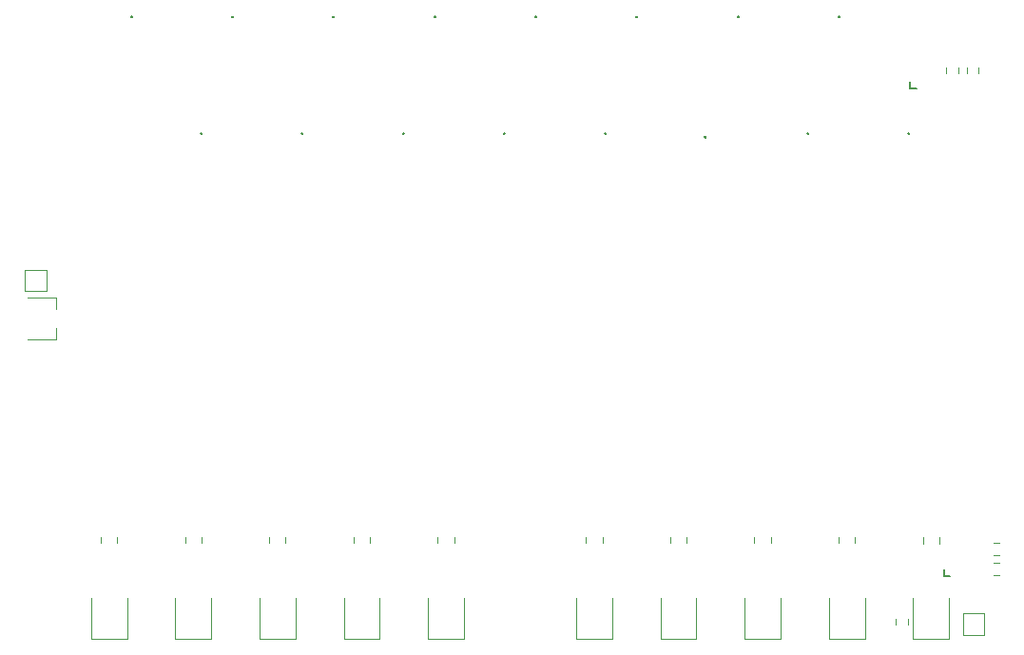
<source format=gbr>
%TF.GenerationSoftware,KiCad,Pcbnew,(5.99.0-11593-g5155093ec0)*%
%TF.CreationDate,2021-08-09T21:00:43+02:00*%
%TF.ProjectId,flatlight_rev21_ledside,666c6174-6c69-4676-9874-5f7265763231,rev?*%
%TF.SameCoordinates,Original*%
%TF.FileFunction,Legend,Top*%
%TF.FilePolarity,Positive*%
%FSLAX46Y46*%
G04 Gerber Fmt 4.6, Leading zero omitted, Abs format (unit mm)*
G04 Created by KiCad (PCBNEW (5.99.0-11593-g5155093ec0)) date 2021-08-09 21:00:43*
%MOMM*%
%LPD*%
G01*
G04 APERTURE LIST*
%ADD10C,0.150000*%
%ADD11C,0.120000*%
G04 APERTURE END LIST*
D10*
%TO.C,D14*%
X203800000Y-42757142D02*
X203847619Y-42804761D01*
X203800000Y-42852380D01*
X203752380Y-42804761D01*
X203800000Y-42757142D01*
X203800000Y-42852380D01*
%TO.C,D18*%
X239800000Y-42757142D02*
X239847619Y-42804761D01*
X239800000Y-42852380D01*
X239752380Y-42804761D01*
X239800000Y-42757142D01*
X239800000Y-42852380D01*
%TO.C,D9*%
X179600000Y-32357142D02*
X179647619Y-32404761D01*
X179600000Y-32452380D01*
X179552380Y-32404761D01*
X179600000Y-32357142D01*
X179600000Y-32452380D01*
%TO.C,D6*%
X206600000Y-32357142D02*
X206647619Y-32404761D01*
X206600000Y-32452380D01*
X206552380Y-32404761D01*
X206600000Y-32357142D01*
X206600000Y-32452380D01*
%TO.C,D4*%
X224600000Y-32357142D02*
X224647619Y-32404761D01*
X224600000Y-32452380D01*
X224552380Y-32404761D01*
X224600000Y-32357142D01*
X224600000Y-32452380D01*
%TO.C,D11*%
X176800000Y-42757142D02*
X176847619Y-42804761D01*
X176800000Y-42852380D01*
X176752380Y-42804761D01*
X176800000Y-42757142D01*
X176800000Y-42852380D01*
%TO.C,D15*%
X212800000Y-42757142D02*
X212847619Y-42804761D01*
X212800000Y-42852380D01*
X212752380Y-42804761D01*
X212800000Y-42757142D01*
X212800000Y-42852380D01*
%TO.C,D12*%
X185800000Y-42757142D02*
X185847619Y-42804761D01*
X185800000Y-42852380D01*
X185752380Y-42804761D01*
X185800000Y-42757142D01*
X185800000Y-42852380D01*
%TO.C,D8*%
X188600000Y-32357142D02*
X188647619Y-32404761D01*
X188600000Y-32452380D01*
X188552380Y-32404761D01*
X188600000Y-32357142D01*
X188600000Y-32452380D01*
%TO.C,D5*%
X215600000Y-32357142D02*
X215647619Y-32404761D01*
X215600000Y-32452380D01*
X215552380Y-32404761D01*
X215600000Y-32357142D01*
X215600000Y-32452380D01*
%TO.C,D3*%
X233600000Y-32357142D02*
X233647619Y-32404761D01*
X233600000Y-32452380D01*
X233552380Y-32404761D01*
X233600000Y-32357142D01*
X233600000Y-32452380D01*
%TO.C,D13*%
X194800000Y-42757142D02*
X194847619Y-42804761D01*
X194800000Y-42852380D01*
X194752380Y-42804761D01*
X194800000Y-42757142D01*
X194800000Y-42852380D01*
%TO.C,D16*%
X221700000Y-43057142D02*
X221747619Y-43104761D01*
X221700000Y-43152380D01*
X221652380Y-43104761D01*
X221700000Y-43057142D01*
X221700000Y-43152380D01*
%TO.C,D7*%
X197600000Y-32357142D02*
X197647619Y-32404761D01*
X197600000Y-32452380D01*
X197552380Y-32404761D01*
X197600000Y-32357142D01*
X197600000Y-32452380D01*
%TO.C,D10*%
X170600000Y-32357142D02*
X170647619Y-32404761D01*
X170600000Y-32452380D01*
X170552380Y-32404761D01*
X170600000Y-32357142D01*
X170600000Y-32452380D01*
%TO.C,D17*%
X230850000Y-42757142D02*
X230897619Y-42804761D01*
X230850000Y-42852380D01*
X230802380Y-42804761D01*
X230850000Y-42757142D01*
X230850000Y-42852380D01*
D11*
%TO.C,R25*%
X244222500Y-36962742D02*
X244222500Y-37437258D01*
X243177500Y-36962742D02*
X243177500Y-37437258D01*
%TO.C,D20*%
X240200000Y-87800000D02*
X243400000Y-87800000D01*
X243400000Y-84200000D02*
X243400000Y-87800000D01*
X240200000Y-84200000D02*
X240200000Y-87800000D01*
%TO.C,C31*%
X220035000Y-79261252D02*
X220035000Y-78738748D01*
X218565000Y-79261252D02*
X218565000Y-78738748D01*
%TO.C,D27*%
X167000000Y-87800000D02*
X170200000Y-87800000D01*
X170200000Y-84200000D02*
X170200000Y-87800000D01*
X167000000Y-84200000D02*
X167000000Y-87800000D01*
%TO.C,D25*%
X210200000Y-87800000D02*
X213400000Y-87800000D01*
X210200000Y-84200000D02*
X210200000Y-87800000D01*
X213400000Y-84200000D02*
X213400000Y-87800000D01*
%TO.C,R28*%
X247862258Y-81077500D02*
X247387742Y-81077500D01*
X247862258Y-82122500D02*
X247387742Y-82122500D01*
%TO.C,R29*%
X247862258Y-79277500D02*
X247387742Y-79277500D01*
X247862258Y-80322500D02*
X247387742Y-80322500D01*
%TO.C,R26*%
X238677500Y-86062742D02*
X238677500Y-86537258D01*
X239722500Y-86062742D02*
X239722500Y-86537258D01*
%TO.C,D24*%
X232700000Y-87800000D02*
X235900000Y-87800000D01*
X232700000Y-84200000D02*
X232700000Y-87800000D01*
X235900000Y-84200000D02*
X235900000Y-87800000D01*
%TO.C,D26*%
X189500000Y-87800000D02*
X192700000Y-87800000D01*
X189500000Y-84200000D02*
X189500000Y-87800000D01*
X192700000Y-84200000D02*
X192700000Y-87800000D01*
%TO.C,C39*%
X227535000Y-79261252D02*
X227535000Y-78738748D01*
X226065000Y-79261252D02*
X226065000Y-78738748D01*
%TO.C,C36*%
X167865000Y-79261252D02*
X167865000Y-78738748D01*
X169335000Y-79261252D02*
X169335000Y-78738748D01*
%TO.C,D21*%
X225200000Y-84200000D02*
X225200000Y-87800000D01*
X225200000Y-87800000D02*
X228400000Y-87800000D01*
X228400000Y-84200000D02*
X228400000Y-87800000D01*
%TO.C,C34*%
X182865000Y-79261252D02*
X182865000Y-78738748D01*
X184335000Y-79261252D02*
X184335000Y-78738748D01*
%TO.C,TP10*%
X163025000Y-54950000D02*
X163025000Y-56850000D01*
X161125000Y-56850000D02*
X161125000Y-54950000D01*
X163025000Y-56850000D02*
X161125000Y-56850000D01*
X161125000Y-54950000D02*
X163025000Y-54950000D01*
%TO.C,TP9*%
X244650000Y-87450000D02*
X244650000Y-85550000D01*
X246550000Y-87450000D02*
X244650000Y-87450000D01*
X246550000Y-85550000D02*
X246550000Y-87450000D01*
X244650000Y-85550000D02*
X246550000Y-85550000D01*
%TO.C,C38*%
X175365000Y-79261252D02*
X175365000Y-78738748D01*
X176835000Y-79261252D02*
X176835000Y-78738748D01*
D10*
%TO.C,Q4*%
X242951504Y-82249888D02*
X243500000Y-82249888D01*
X242951504Y-81649888D02*
X242951504Y-82249888D01*
D11*
%TO.C,C30*%
X197865000Y-79261252D02*
X197865000Y-78738748D01*
X199335000Y-79261252D02*
X199335000Y-78738748D01*
%TO.C,D28*%
X217700000Y-84200000D02*
X217700000Y-87800000D01*
X217700000Y-87800000D02*
X220900000Y-87800000D01*
X220900000Y-84200000D02*
X220900000Y-87800000D01*
%TO.C,D22*%
X174500000Y-84200000D02*
X174500000Y-87800000D01*
X177700000Y-84200000D02*
X177700000Y-87800000D01*
X174500000Y-87800000D02*
X177700000Y-87800000D01*
%TO.C,D35*%
X161325000Y-57450000D02*
X163925000Y-57450000D01*
X163925000Y-57450000D02*
X163925000Y-58450000D01*
X163925000Y-61150000D02*
X163925000Y-60150000D01*
X161325000Y-61150000D02*
X163925000Y-61150000D01*
%TO.C,C37*%
X233565000Y-79261252D02*
X233565000Y-78738748D01*
X235035000Y-79261252D02*
X235035000Y-78738748D01*
%TO.C,D19*%
X182000000Y-87800000D02*
X185200000Y-87800000D01*
X185200000Y-84200000D02*
X185200000Y-87800000D01*
X182000000Y-84200000D02*
X182000000Y-87800000D01*
%TO.C,C32*%
X211065000Y-79261252D02*
X211065000Y-78738748D01*
X212535000Y-79261252D02*
X212535000Y-78738748D01*
%TO.C,R24*%
X246022500Y-37437258D02*
X246022500Y-36962742D01*
X244977500Y-37437258D02*
X244977500Y-36962742D01*
%TO.C,C33*%
X191835000Y-79261252D02*
X191835000Y-78738748D01*
X190365000Y-79261252D02*
X190365000Y-78738748D01*
D10*
%TO.C,Q3*%
X239951504Y-38199888D02*
X239951504Y-38799888D01*
X239951504Y-38799888D02*
X240500000Y-38799888D01*
D11*
%TO.C,C35*%
X242535000Y-79311252D02*
X242535000Y-78788748D01*
X241065000Y-79311252D02*
X241065000Y-78788748D01*
%TO.C,D23*%
X200200000Y-84200000D02*
X200200000Y-87800000D01*
X197000000Y-87800000D02*
X200200000Y-87800000D01*
X197000000Y-84200000D02*
X197000000Y-87800000D01*
%TD*%
M02*

</source>
